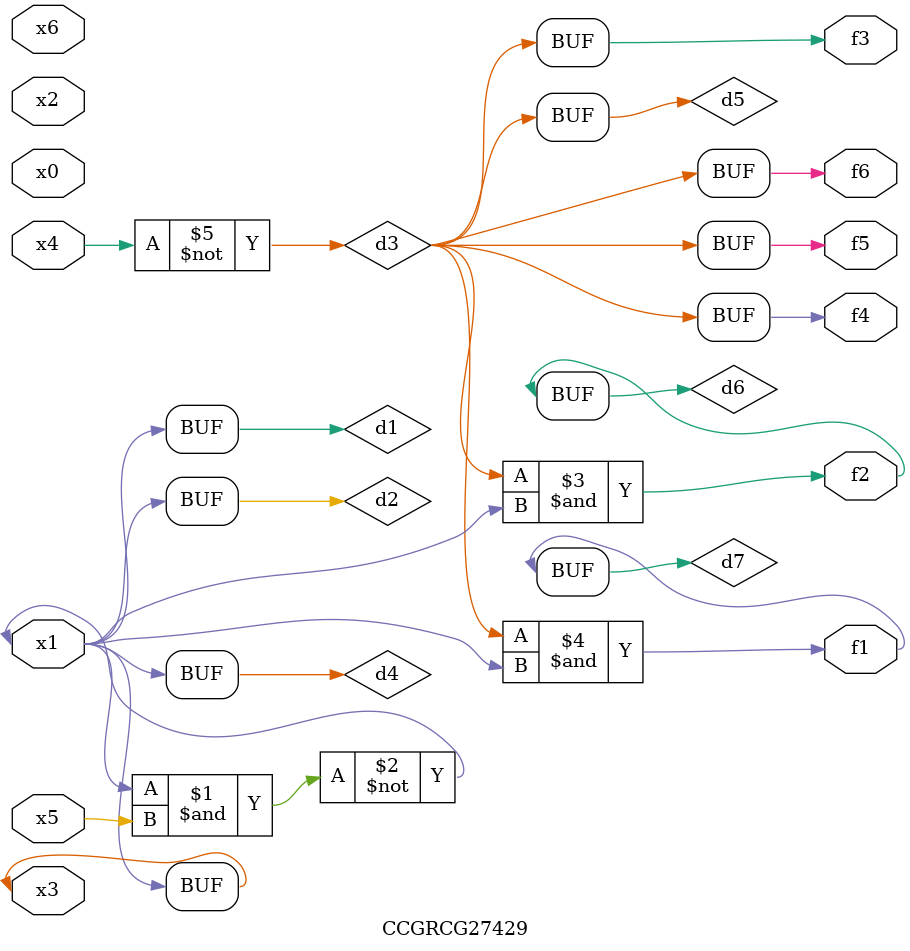
<source format=v>
module CCGRCG27429(
	input x0, x1, x2, x3, x4, x5, x6,
	output f1, f2, f3, f4, f5, f6
);

	wire d1, d2, d3, d4, d5, d6, d7;

	buf (d1, x1, x3);
	nand (d2, x1, x5);
	not (d3, x4);
	buf (d4, d1, d2);
	buf (d5, d3);
	and (d6, d3, d4);
	and (d7, d3, d4);
	assign f1 = d7;
	assign f2 = d6;
	assign f3 = d5;
	assign f4 = d5;
	assign f5 = d5;
	assign f6 = d5;
endmodule

</source>
